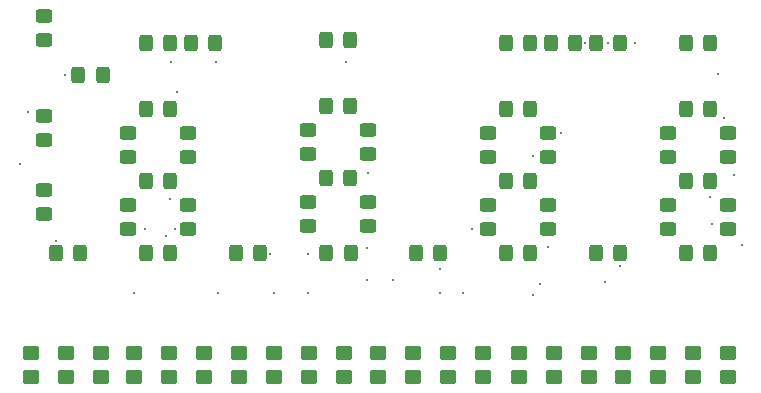
<source format=gbr>
%TF.GenerationSoftware,KiCad,Pcbnew,7.0.7*%
%TF.CreationDate,2024-02-07T23:55:39-05:00*%
%TF.ProjectId,Fluke_LCD,466c756b-655f-44c4-9344-2e6b69636164,rev?*%
%TF.SameCoordinates,Original*%
%TF.FileFunction,Soldermask,Top*%
%TF.FilePolarity,Negative*%
%FSLAX46Y46*%
G04 Gerber Fmt 4.6, Leading zero omitted, Abs format (unit mm)*
G04 Created by KiCad (PCBNEW 7.0.7) date 2024-02-07 23:55:39*
%MOMM*%
%LPD*%
G01*
G04 APERTURE LIST*
G04 Aperture macros list*
%AMRoundRect*
0 Rectangle with rounded corners*
0 $1 Rounding radius*
0 $2 $3 $4 $5 $6 $7 $8 $9 X,Y pos of 4 corners*
0 Add a 4 corners polygon primitive as box body*
4,1,4,$2,$3,$4,$5,$6,$7,$8,$9,$2,$3,0*
0 Add four circle primitives for the rounded corners*
1,1,$1+$1,$2,$3*
1,1,$1+$1,$4,$5*
1,1,$1+$1,$6,$7*
1,1,$1+$1,$8,$9*
0 Add four rect primitives between the rounded corners*
20,1,$1+$1,$2,$3,$4,$5,0*
20,1,$1+$1,$4,$5,$6,$7,0*
20,1,$1+$1,$6,$7,$8,$9,0*
20,1,$1+$1,$8,$9,$2,$3,0*%
G04 Aperture macros list end*
%ADD10RoundRect,0.250000X-0.450000X0.325000X-0.450000X-0.325000X0.450000X-0.325000X0.450000X0.325000X0*%
%ADD11RoundRect,0.250000X-0.325000X-0.450000X0.325000X-0.450000X0.325000X0.450000X-0.325000X0.450000X0*%
%ADD12RoundRect,0.250000X0.450000X-0.325000X0.450000X0.325000X-0.450000X0.325000X-0.450000X-0.325000X0*%
%ADD13RoundRect,0.250000X0.450000X-0.350000X0.450000X0.350000X-0.450000X0.350000X-0.450000X-0.350000X0*%
%ADD14C,0.300000*%
G04 APERTURE END LIST*
D10*
%TO.C,D15*%
X182880000Y-69324000D03*
X182880000Y-71374000D03*
%TD*%
D11*
%TO.C,D7*%
X164075000Y-73660000D03*
X166125000Y-73660000D03*
%TD*%
D12*
%TO.C,D41*%
X155400000Y-64100000D03*
X155400000Y-62050000D03*
%TD*%
D11*
%TO.C,D13*%
X179350000Y-73600000D03*
X181400000Y-73600000D03*
%TD*%
D10*
%TO.C,D22*%
X198120000Y-63482000D03*
X198120000Y-65532000D03*
%TD*%
D13*
%TO.C,R6*%
X157300000Y-84100000D03*
X157300000Y-82100000D03*
%TD*%
D10*
%TO.C,D3*%
X167640000Y-63491000D03*
X167640000Y-65541000D03*
%TD*%
D11*
%TO.C,D39*%
X164075000Y-55880000D03*
X166125000Y-55880000D03*
%TD*%
D10*
%TO.C,D23*%
X198120000Y-69578000D03*
X198120000Y-71628000D03*
%TD*%
D13*
%TO.C,R38*%
X207450000Y-84100000D03*
X207450000Y-82100000D03*
%TD*%
%TO.C,R34*%
X201550000Y-84100000D03*
X201550000Y-82100000D03*
%TD*%
D11*
%TO.C,D19*%
X194546000Y-61468000D03*
X196596000Y-61468000D03*
%TD*%
%TO.C,D28*%
X209786000Y-67564000D03*
X211836000Y-67564000D03*
%TD*%
%TO.C,D34*%
X198374000Y-55880000D03*
X200424000Y-55880000D03*
%TD*%
%TO.C,D44*%
X156455000Y-73660000D03*
X158505000Y-73660000D03*
%TD*%
D10*
%TO.C,D31*%
X213360000Y-69578000D03*
X213360000Y-71628000D03*
%TD*%
D11*
%TO.C,D4*%
X164075000Y-67564000D03*
X166125000Y-67564000D03*
%TD*%
D12*
%TO.C,D43*%
X155400000Y-70350000D03*
X155400000Y-68300000D03*
%TD*%
D13*
%TO.C,R40*%
X210400000Y-84100000D03*
X210400000Y-82100000D03*
%TD*%
D11*
%TO.C,D11*%
X179306000Y-61214000D03*
X181356000Y-61214000D03*
%TD*%
%TO.C,D27*%
X209786000Y-61468000D03*
X211836000Y-61468000D03*
%TD*%
%TO.C,D33*%
X202184000Y-55880000D03*
X204234000Y-55880000D03*
%TD*%
D13*
%TO.C,R18*%
X177850000Y-84100000D03*
X177850000Y-82100000D03*
%TD*%
%TO.C,R12*%
X169000000Y-84100000D03*
X169000000Y-82100000D03*
%TD*%
%TO.C,R36*%
X204500000Y-84100000D03*
X204500000Y-82100000D03*
%TD*%
D11*
%TO.C,D36*%
X179315000Y-55626000D03*
X181365000Y-55626000D03*
%TD*%
D10*
%TO.C,D9*%
X177800000Y-63228000D03*
X177800000Y-65278000D03*
%TD*%
D11*
%TO.C,D42*%
X158350000Y-58600000D03*
X160400000Y-58600000D03*
%TD*%
D10*
%TO.C,D18*%
X193040000Y-69578000D03*
X193040000Y-71628000D03*
%TD*%
D13*
%TO.C,R8*%
X160250000Y-84100000D03*
X160250000Y-82100000D03*
%TD*%
D10*
%TO.C,D6*%
X167640000Y-69587000D03*
X167640000Y-71637000D03*
%TD*%
D13*
%TO.C,R32*%
X198600000Y-84100000D03*
X198600000Y-82100000D03*
%TD*%
D11*
%TO.C,D24*%
X202175000Y-73660000D03*
X204225000Y-73660000D03*
%TD*%
D10*
%TO.C,D40*%
X155400000Y-53550000D03*
X155400000Y-55600000D03*
%TD*%
D13*
%TO.C,R1*%
X189650000Y-84100000D03*
X189650000Y-82100000D03*
%TD*%
D11*
%TO.C,D32*%
X209786000Y-55880000D03*
X211836000Y-55880000D03*
%TD*%
%TO.C,D2*%
X164075000Y-61468000D03*
X166125000Y-61468000D03*
%TD*%
D13*
%TO.C,R10*%
X166050000Y-84100000D03*
X166050000Y-82100000D03*
%TD*%
D11*
%TO.C,D35*%
X194564000Y-55880000D03*
X196614000Y-55880000D03*
%TD*%
%TO.C,D20*%
X194555000Y-67564000D03*
X196605000Y-67564000D03*
%TD*%
%TO.C,D21*%
X194555000Y-73660000D03*
X196605000Y-73660000D03*
%TD*%
D13*
%TO.C,R42*%
X213350000Y-84100000D03*
X213350000Y-82100000D03*
%TD*%
%TO.C,R28*%
X192650000Y-84100000D03*
X192650000Y-82100000D03*
%TD*%
D11*
%TO.C,D8*%
X171695000Y-73660000D03*
X173745000Y-73660000D03*
%TD*%
D10*
%TO.C,D14*%
X182880000Y-63228000D03*
X182880000Y-65278000D03*
%TD*%
%TO.C,D26*%
X208280000Y-69578000D03*
X208280000Y-71628000D03*
%TD*%
D13*
%TO.C,R20*%
X180800000Y-84100000D03*
X180800000Y-82100000D03*
%TD*%
%TO.C,R14*%
X171950000Y-84100000D03*
X171950000Y-82100000D03*
%TD*%
D10*
%TO.C,D5*%
X162560000Y-69587000D03*
X162560000Y-71637000D03*
%TD*%
D13*
%TO.C,R16*%
X174900000Y-84100000D03*
X174900000Y-82100000D03*
%TD*%
%TO.C,R22*%
X183750000Y-84100000D03*
X183750000Y-82100000D03*
%TD*%
D10*
%TO.C,D25*%
X208280000Y-63482000D03*
X208280000Y-65532000D03*
%TD*%
D11*
%TO.C,D16*%
X186935000Y-73660000D03*
X188985000Y-73660000D03*
%TD*%
D10*
%TO.C,D17*%
X193040000Y-63482000D03*
X193040000Y-65532000D03*
%TD*%
%TO.C,D30*%
X213360000Y-63482000D03*
X213360000Y-65532000D03*
%TD*%
D11*
%TO.C,D12*%
X179306000Y-67310000D03*
X181356000Y-67310000D03*
%TD*%
D10*
%TO.C,D1*%
X162560000Y-63491000D03*
X162560000Y-65541000D03*
%TD*%
D13*
%TO.C,R24*%
X186700000Y-84100000D03*
X186700000Y-82100000D03*
%TD*%
D11*
%TO.C,D38*%
X167885000Y-55880000D03*
X169935000Y-55880000D03*
%TD*%
D13*
%TO.C,R2*%
X163100000Y-84100000D03*
X163100000Y-82100000D03*
%TD*%
%TO.C,R30*%
X195650000Y-84100000D03*
X195650000Y-82100000D03*
%TD*%
D11*
%TO.C,D29*%
X209786000Y-73642000D03*
X211836000Y-73642000D03*
%TD*%
D10*
%TO.C,D10*%
X177800000Y-69333000D03*
X177800000Y-71383000D03*
%TD*%
D13*
%TO.C,R4*%
X154350000Y-84100000D03*
X154350000Y-82100000D03*
%TD*%
D14*
X165762500Y-72237500D03*
X163963000Y-71637000D03*
X177800000Y-77000000D03*
X177800000Y-73750000D03*
X191700000Y-71628000D03*
X190900000Y-77000000D03*
X214500000Y-73000000D03*
X213900000Y-67000000D03*
X203200000Y-55900000D03*
X205500000Y-55900000D03*
X201259500Y-55900000D03*
X212500000Y-58500000D03*
X154094500Y-61738000D03*
X156455000Y-72655000D03*
X153400000Y-66100000D03*
X199200000Y-63482000D03*
X213050000Y-62250000D03*
X157200000Y-58600000D03*
X211836000Y-68864000D03*
X212000000Y-71200000D03*
X166700000Y-60000000D03*
X170200000Y-77000000D03*
X166125000Y-69100000D03*
X166500000Y-71600000D03*
X174600000Y-73700000D03*
X174900000Y-77000000D03*
X182900000Y-66900000D03*
X185000000Y-75900000D03*
X182800000Y-73200000D03*
X182800000Y-75900000D03*
X189000000Y-75000000D03*
X189000000Y-77000000D03*
X196800000Y-77200000D03*
X196800000Y-65400000D03*
X197400000Y-76300000D03*
X198100000Y-73100000D03*
X204225000Y-74700000D03*
X202900000Y-76100000D03*
X163100000Y-77000000D03*
X181000000Y-57500000D03*
X166200000Y-57500000D03*
X170000000Y-57500000D03*
M02*

</source>
